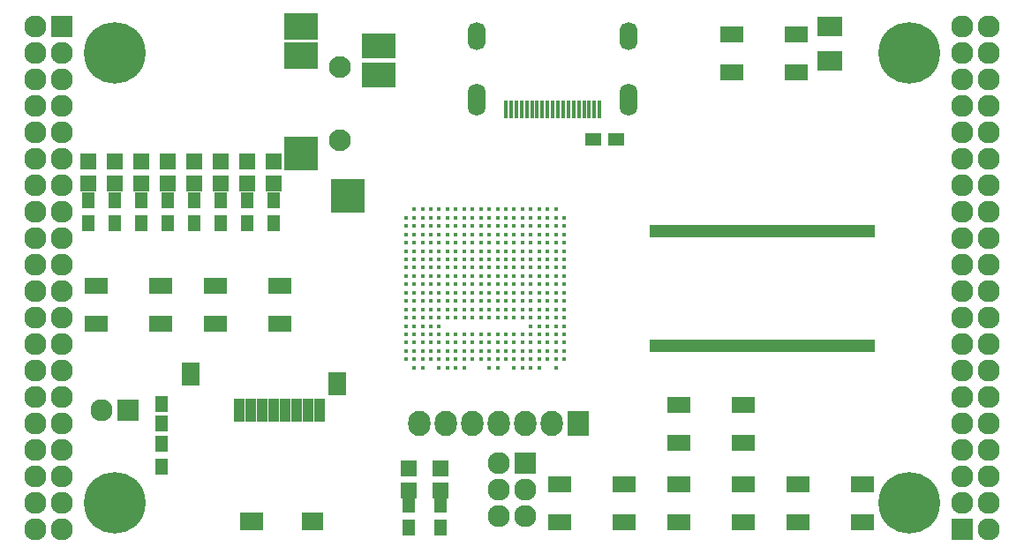
<source format=gts>
G04 #@! TF.FileFunction,Soldermask,Top*
%FSLAX46Y46*%
G04 Gerber Fmt 4.6, Leading zero omitted, Abs format (unit mm)*
G04 Created by KiCad (PCBNEW 4.0.5+dfsg1-4) date Thu May 18 23:50:24 2017*
%MOMM*%
%LPD*%
G01*
G04 APERTURE LIST*
%ADD10C,0.100000*%
%ADD11C,0.430000*%
%ADD12R,2.432000X1.924000*%
%ADD13R,1.100000X2.200000*%
%ADD14R,2.000000X1.800000*%
%ADD15R,2.200000X1.800000*%
%ADD16R,1.800000X2.300000*%
%ADD17R,2.200000X1.500000*%
%ADD18R,1.598880X1.598880*%
%ADD19R,3.200000X2.600000*%
%ADD20R,3.200000X3.200000*%
%ADD21R,3.200000X2.400000*%
%ADD22C,2.100000*%
%ADD23R,0.960000X1.300000*%
%ADD24O,1.700000X3.100000*%
%ADD25O,1.700000X2.700000*%
%ADD26R,0.350000X1.700000*%
%ADD27R,2.127200X2.127200*%
%ADD28O,2.127200X2.127200*%
%ADD29C,5.900000*%
%ADD30R,1.600000X1.300000*%
%ADD31R,2.127200X2.432000*%
%ADD32O,2.127200X2.432000*%
%ADD33R,1.300000X1.600000*%
%ADD34R,1.150000X1.600000*%
G04 APERTURE END LIST*
D10*
D11*
X131680000Y-80200000D03*
X132480000Y-80200000D03*
X133280000Y-80200000D03*
X134080000Y-80200000D03*
X134880000Y-80200000D03*
X135680000Y-80200000D03*
X136480000Y-80200000D03*
X137280000Y-80200000D03*
X138080000Y-80200000D03*
X138880000Y-80200000D03*
X139680000Y-80200000D03*
X140480000Y-80200000D03*
X141280000Y-80200000D03*
X142080000Y-80200000D03*
X142880000Y-80200000D03*
X143680000Y-80200000D03*
X144480000Y-80200000D03*
X145280000Y-80200000D03*
X130880000Y-81000000D03*
X131680000Y-81000000D03*
X132480000Y-81000000D03*
X133280000Y-81000000D03*
X134080000Y-81000000D03*
X134880000Y-81000000D03*
X135680000Y-81000000D03*
X136480000Y-81000000D03*
X137280000Y-81000000D03*
X138080000Y-81000000D03*
X138880000Y-81000000D03*
X139680000Y-81000000D03*
X140480000Y-81000000D03*
X141280000Y-81000000D03*
X142080000Y-81000000D03*
X142880000Y-81000000D03*
X143680000Y-81000000D03*
X144480000Y-81000000D03*
X145280000Y-81000000D03*
X146080000Y-81000000D03*
X130880000Y-81800000D03*
X131680000Y-81800000D03*
X132480000Y-81800000D03*
X133280000Y-81800000D03*
X134080000Y-81800000D03*
X134880000Y-81800000D03*
X135680000Y-81800000D03*
X136480000Y-81800000D03*
X137280000Y-81800000D03*
X138080000Y-81800000D03*
X138880000Y-81800000D03*
X139680000Y-81800000D03*
X140480000Y-81800000D03*
X141280000Y-81800000D03*
X142080000Y-81800000D03*
X142880000Y-81800000D03*
X143680000Y-81800000D03*
X144480000Y-81800000D03*
X145280000Y-81800000D03*
X146080000Y-81800000D03*
X130880000Y-82600000D03*
X131680000Y-82600000D03*
X132480000Y-82600000D03*
X133280000Y-82600000D03*
X134080000Y-82600000D03*
X134880000Y-82600000D03*
X135680000Y-82600000D03*
X136480000Y-82600000D03*
X137280000Y-82600000D03*
X138080000Y-82600000D03*
X138880000Y-82600000D03*
X139680000Y-82600000D03*
X140480000Y-82600000D03*
X141280000Y-82600000D03*
X142080000Y-82600000D03*
X142880000Y-82600000D03*
X143680000Y-82600000D03*
X144480000Y-82600000D03*
X145280000Y-82600000D03*
X146080000Y-82600000D03*
X130880000Y-83400000D03*
X131680000Y-83400000D03*
X132480000Y-83400000D03*
X133280000Y-83400000D03*
X134080000Y-83400000D03*
X134880000Y-83400000D03*
X135680000Y-83400000D03*
X136480000Y-83400000D03*
X137280000Y-83400000D03*
X138080000Y-83400000D03*
X138880000Y-83400000D03*
X139680000Y-83400000D03*
X140480000Y-83400000D03*
X141280000Y-83400000D03*
X142080000Y-83400000D03*
X142880000Y-83400000D03*
X143680000Y-83400000D03*
X144480000Y-83400000D03*
X145280000Y-83400000D03*
X146080000Y-83400000D03*
X130880000Y-84200000D03*
X131680000Y-84200000D03*
X132480000Y-84200000D03*
X133280000Y-84200000D03*
X134080000Y-84200000D03*
X134880000Y-84200000D03*
X135680000Y-84200000D03*
X136480000Y-84200000D03*
X137280000Y-84200000D03*
X138080000Y-84200000D03*
X138880000Y-84200000D03*
X139680000Y-84200000D03*
X140480000Y-84200000D03*
X141280000Y-84200000D03*
X142080000Y-84200000D03*
X142880000Y-84200000D03*
X143680000Y-84200000D03*
X144480000Y-84200000D03*
X145280000Y-84200000D03*
X146080000Y-84200000D03*
X130880000Y-85000000D03*
X131680000Y-85000000D03*
X132480000Y-85000000D03*
X133280000Y-85000000D03*
X134080000Y-85000000D03*
X134880000Y-85000000D03*
X135680000Y-85000000D03*
X136480000Y-85000000D03*
X137280000Y-85000000D03*
X138080000Y-85000000D03*
X138880000Y-85000000D03*
X139680000Y-85000000D03*
X140480000Y-85000000D03*
X141280000Y-85000000D03*
X142080000Y-85000000D03*
X142880000Y-85000000D03*
X143680000Y-85000000D03*
X144480000Y-85000000D03*
X145280000Y-85000000D03*
X146080000Y-85000000D03*
X130880000Y-85800000D03*
X131680000Y-85800000D03*
X132480000Y-85800000D03*
X133280000Y-85800000D03*
X134080000Y-85800000D03*
X134880000Y-85800000D03*
X135680000Y-85800000D03*
X136480000Y-85800000D03*
X137280000Y-85800000D03*
X138080000Y-85800000D03*
X138880000Y-85800000D03*
X139680000Y-85800000D03*
X140480000Y-85800000D03*
X141280000Y-85800000D03*
X142080000Y-85800000D03*
X142880000Y-85800000D03*
X143680000Y-85800000D03*
X144480000Y-85800000D03*
X145280000Y-85800000D03*
X146080000Y-85800000D03*
X130880000Y-86600000D03*
X131680000Y-86600000D03*
X132480000Y-86600000D03*
X133280000Y-86600000D03*
X134080000Y-86600000D03*
X134880000Y-86600000D03*
X135680000Y-86600000D03*
X136480000Y-86600000D03*
X137280000Y-86600000D03*
X138080000Y-86600000D03*
X138880000Y-86600000D03*
X139680000Y-86600000D03*
X140480000Y-86600000D03*
X141280000Y-86600000D03*
X142080000Y-86600000D03*
X142880000Y-86600000D03*
X143680000Y-86600000D03*
X144480000Y-86600000D03*
X145280000Y-86600000D03*
X146080000Y-86600000D03*
X130880000Y-87400000D03*
X131680000Y-87400000D03*
X132480000Y-87400000D03*
X133280000Y-87400000D03*
X134080000Y-87400000D03*
X134880000Y-87400000D03*
X135680000Y-87400000D03*
X136480000Y-87400000D03*
X137280000Y-87400000D03*
X138080000Y-87400000D03*
X138880000Y-87400000D03*
X139680000Y-87400000D03*
X140480000Y-87400000D03*
X141280000Y-87400000D03*
X142080000Y-87400000D03*
X142880000Y-87400000D03*
X143680000Y-87400000D03*
X144480000Y-87400000D03*
X145280000Y-87400000D03*
X146080000Y-87400000D03*
X130880000Y-88200000D03*
X131680000Y-88200000D03*
X132480000Y-88200000D03*
X133280000Y-88200000D03*
X134080000Y-88200000D03*
X134880000Y-88200000D03*
X135680000Y-88200000D03*
X136480000Y-88200000D03*
X137280000Y-88200000D03*
X138080000Y-88200000D03*
X138880000Y-88200000D03*
X139680000Y-88200000D03*
X140480000Y-88200000D03*
X141280000Y-88200000D03*
X142080000Y-88200000D03*
X142880000Y-88200000D03*
X143680000Y-88200000D03*
X144480000Y-88200000D03*
X145280000Y-88200000D03*
X146080000Y-88200000D03*
X130880000Y-89000000D03*
X131680000Y-89000000D03*
X132480000Y-89000000D03*
X133280000Y-89000000D03*
X134080000Y-89000000D03*
X134880000Y-89000000D03*
X135680000Y-89000000D03*
X136480000Y-89000000D03*
X137280000Y-89000000D03*
X138080000Y-89000000D03*
X138880000Y-89000000D03*
X139680000Y-89000000D03*
X140480000Y-89000000D03*
X141280000Y-89000000D03*
X142080000Y-89000000D03*
X142880000Y-89000000D03*
X143680000Y-89000000D03*
X144480000Y-89000000D03*
X145280000Y-89000000D03*
X146080000Y-89000000D03*
X130880000Y-89800000D03*
X131680000Y-89800000D03*
X132480000Y-89800000D03*
X133280000Y-89800000D03*
X134080000Y-89800000D03*
X134880000Y-89800000D03*
X135680000Y-89800000D03*
X136480000Y-89800000D03*
X137280000Y-89800000D03*
X138080000Y-89800000D03*
X138880000Y-89800000D03*
X139680000Y-89800000D03*
X140480000Y-89800000D03*
X141280000Y-89800000D03*
X142080000Y-89800000D03*
X142880000Y-89800000D03*
X143680000Y-89800000D03*
X144480000Y-89800000D03*
X145280000Y-89800000D03*
X146080000Y-89800000D03*
X130880000Y-90600000D03*
X131680000Y-90600000D03*
X132480000Y-90600000D03*
X133280000Y-90600000D03*
X134080000Y-90600000D03*
X134880000Y-90600000D03*
X135680000Y-90600000D03*
X136480000Y-90600000D03*
X137280000Y-90600000D03*
X138080000Y-90600000D03*
X138880000Y-90600000D03*
X139680000Y-90600000D03*
X140480000Y-90600000D03*
X141280000Y-90600000D03*
X142080000Y-90600000D03*
X142880000Y-90600000D03*
X143680000Y-90600000D03*
X144480000Y-90600000D03*
X145280000Y-90600000D03*
X146080000Y-90600000D03*
X130880000Y-91400000D03*
X131680000Y-91400000D03*
X132480000Y-91400000D03*
X133280000Y-91400000D03*
X134080000Y-91400000D03*
X142880000Y-91400000D03*
X143680000Y-91400000D03*
X144480000Y-91400000D03*
X145280000Y-91400000D03*
X146080000Y-91400000D03*
X130880000Y-92200000D03*
X131680000Y-92200000D03*
X132480000Y-92200000D03*
X133280000Y-92200000D03*
X134080000Y-92200000D03*
X134880000Y-92200000D03*
X135680000Y-92200000D03*
X136480000Y-92200000D03*
X137280000Y-92200000D03*
X138080000Y-92200000D03*
X138880000Y-92200000D03*
X139680000Y-92200000D03*
X140480000Y-92200000D03*
X141280000Y-92200000D03*
X142080000Y-92200000D03*
X142880000Y-92200000D03*
X143680000Y-92200000D03*
X144480000Y-92200000D03*
X145280000Y-92200000D03*
X146080000Y-92200000D03*
X130880000Y-93000000D03*
X131680000Y-93000000D03*
X132480000Y-93000000D03*
X133280000Y-93000000D03*
X134080000Y-93000000D03*
X134880000Y-93000000D03*
X135680000Y-93000000D03*
X136480000Y-93000000D03*
X137280000Y-93000000D03*
X138080000Y-93000000D03*
X138880000Y-93000000D03*
X139680000Y-93000000D03*
X140480000Y-93000000D03*
X141280000Y-93000000D03*
X142080000Y-93000000D03*
X142880000Y-93000000D03*
X143680000Y-93000000D03*
X144480000Y-93000000D03*
X145280000Y-93000000D03*
X146080000Y-93000000D03*
X130880000Y-93800000D03*
X131680000Y-93800000D03*
X132480000Y-93800000D03*
X133280000Y-93800000D03*
X134080000Y-93800000D03*
X134880000Y-93800000D03*
X135680000Y-93800000D03*
X136480000Y-93800000D03*
X137280000Y-93800000D03*
X138080000Y-93800000D03*
X138880000Y-93800000D03*
X139680000Y-93800000D03*
X140480000Y-93800000D03*
X141280000Y-93800000D03*
X142080000Y-93800000D03*
X142880000Y-93800000D03*
X143680000Y-93800000D03*
X144480000Y-93800000D03*
X145280000Y-93800000D03*
X146080000Y-93800000D03*
X130880000Y-94600000D03*
X131680000Y-94600000D03*
X132480000Y-94600000D03*
X133280000Y-94600000D03*
X134080000Y-94600000D03*
X134880000Y-94600000D03*
X135680000Y-94600000D03*
X136480000Y-94600000D03*
X137280000Y-94600000D03*
X138080000Y-94600000D03*
X138880000Y-94600000D03*
X139680000Y-94600000D03*
X140480000Y-94600000D03*
X141280000Y-94600000D03*
X142080000Y-94600000D03*
X142880000Y-94600000D03*
X143680000Y-94600000D03*
X144480000Y-94600000D03*
X145280000Y-94600000D03*
X146080000Y-94600000D03*
X131680000Y-95400000D03*
X132480000Y-95400000D03*
X134080000Y-95400000D03*
X134880000Y-95400000D03*
X135680000Y-95400000D03*
X136480000Y-95400000D03*
X138880000Y-95400000D03*
X139680000Y-95400000D03*
X141280000Y-95400000D03*
X142080000Y-95400000D03*
X142880000Y-95400000D03*
X143680000Y-95400000D03*
X145280000Y-95400000D03*
D12*
X171570000Y-65992000D03*
X171570000Y-62690000D03*
D13*
X114930000Y-99520000D03*
X116030000Y-99520000D03*
X117130000Y-99520000D03*
X118230000Y-99520000D03*
X119330000Y-99520000D03*
X120430000Y-99520000D03*
X121530000Y-99520000D03*
X122630000Y-99520000D03*
D14*
X121920000Y-110120000D03*
D15*
X116120000Y-110120000D03*
D16*
X124320000Y-96970000D03*
X110270000Y-95970000D03*
D17*
X101160000Y-87510000D03*
X107360000Y-87510000D03*
X101160000Y-91210000D03*
X107360000Y-91210000D03*
X112590000Y-87510000D03*
X118790000Y-87510000D03*
X112590000Y-91210000D03*
X118790000Y-91210000D03*
X157040000Y-98940000D03*
X163240000Y-98940000D03*
X157040000Y-102640000D03*
X163240000Y-102640000D03*
X163240000Y-110260000D03*
X157040000Y-110260000D03*
X163240000Y-106560000D03*
X157040000Y-106560000D03*
X151810000Y-110260000D03*
X145610000Y-110260000D03*
X151810000Y-106560000D03*
X145610000Y-106560000D03*
X174670000Y-110260000D03*
X168470000Y-110260000D03*
X174670000Y-106560000D03*
X168470000Y-106560000D03*
D18*
X118230000Y-77709020D03*
X118230000Y-75610980D03*
X115690000Y-77709020D03*
X115690000Y-75610980D03*
X113150000Y-77709020D03*
X113150000Y-75610980D03*
X110610000Y-77709020D03*
X110610000Y-75610980D03*
X108070000Y-77709020D03*
X108070000Y-75610980D03*
X105530000Y-77709020D03*
X105530000Y-75610980D03*
X102990000Y-77709020D03*
X102990000Y-75610980D03*
X100450000Y-77709020D03*
X100450000Y-75610980D03*
D19*
X120880000Y-62640000D03*
X120880000Y-65440000D03*
D20*
X120880000Y-74840000D03*
X125330000Y-78940000D03*
D21*
X128280000Y-67340000D03*
X128280000Y-64540000D03*
D22*
X124580000Y-66540000D03*
X124580000Y-73540000D03*
D23*
X175480000Y-82270000D03*
X154680000Y-93330000D03*
X155480000Y-93330000D03*
X156280000Y-93330000D03*
X157080000Y-93330000D03*
X157880000Y-93330000D03*
X158680000Y-93330000D03*
X159480000Y-93330000D03*
X160280000Y-93330000D03*
X161080000Y-93330000D03*
X161880000Y-93330000D03*
X162680000Y-93330000D03*
X163480000Y-93330000D03*
X164280000Y-93330000D03*
X165080000Y-93330000D03*
X165880000Y-93330000D03*
X166680000Y-93330000D03*
X167480000Y-93330000D03*
X168280000Y-93330000D03*
X169080000Y-93330000D03*
X169880000Y-93330000D03*
X170680000Y-93330000D03*
X171480000Y-93330000D03*
X172280000Y-93330000D03*
X173080000Y-93330000D03*
X173880000Y-93330000D03*
X174680000Y-93330000D03*
X175480000Y-93330000D03*
X174680000Y-82270000D03*
X173880000Y-82270000D03*
X173080000Y-82270000D03*
X172280000Y-82270000D03*
X171480000Y-82270000D03*
X170680000Y-82270000D03*
X169880000Y-82270000D03*
X169080000Y-82270000D03*
X168280000Y-82270000D03*
X167480000Y-82270000D03*
X166680000Y-82270000D03*
X165880000Y-82270000D03*
X165080000Y-82270000D03*
X164280000Y-82270000D03*
X163480000Y-82270000D03*
X162680000Y-82270000D03*
X161880000Y-82270000D03*
X161080000Y-82270000D03*
X160280000Y-82270000D03*
X159480000Y-82270000D03*
X158680000Y-82270000D03*
X157880000Y-82270000D03*
X157080000Y-82270000D03*
X156280000Y-82270000D03*
X155480000Y-82270000D03*
X154680000Y-82270000D03*
D24*
X152280000Y-69650000D03*
X137680000Y-69650000D03*
D25*
X137680000Y-63600000D03*
D26*
X140480000Y-70600000D03*
X140980000Y-70600000D03*
X141480000Y-70600000D03*
X141980000Y-70600000D03*
X142480000Y-70600000D03*
X142980000Y-70600000D03*
X143480000Y-70600000D03*
X143980000Y-70600000D03*
X144480000Y-70600000D03*
X144980000Y-70600000D03*
X145480000Y-70600000D03*
X145980000Y-70600000D03*
X146480000Y-70600000D03*
X146980000Y-70600000D03*
X147480000Y-70600000D03*
X147980000Y-70600000D03*
X148480000Y-70600000D03*
X148980000Y-70600000D03*
X149480000Y-70600000D03*
D25*
X152280000Y-63600000D03*
D27*
X97910000Y-62690000D03*
D28*
X95370000Y-62690000D03*
X97910000Y-65230000D03*
X95370000Y-65230000D03*
X97910000Y-67770000D03*
X95370000Y-67770000D03*
X97910000Y-70310000D03*
X95370000Y-70310000D03*
X97910000Y-72850000D03*
X95370000Y-72850000D03*
X97910000Y-75390000D03*
X95370000Y-75390000D03*
X97910000Y-77930000D03*
X95370000Y-77930000D03*
X97910000Y-80470000D03*
X95370000Y-80470000D03*
X97910000Y-83010000D03*
X95370000Y-83010000D03*
X97910000Y-85550000D03*
X95370000Y-85550000D03*
X97910000Y-88090000D03*
X95370000Y-88090000D03*
X97910000Y-90630000D03*
X95370000Y-90630000D03*
X97910000Y-93170000D03*
X95370000Y-93170000D03*
X97910000Y-95710000D03*
X95370000Y-95710000D03*
X97910000Y-98250000D03*
X95370000Y-98250000D03*
X97910000Y-100790000D03*
X95370000Y-100790000D03*
X97910000Y-103330000D03*
X95370000Y-103330000D03*
X97910000Y-105870000D03*
X95370000Y-105870000D03*
X97910000Y-108410000D03*
X95370000Y-108410000D03*
X97910000Y-110950000D03*
X95370000Y-110950000D03*
D27*
X184270000Y-110950000D03*
D28*
X186810000Y-110950000D03*
X184270000Y-108410000D03*
X186810000Y-108410000D03*
X184270000Y-105870000D03*
X186810000Y-105870000D03*
X184270000Y-103330000D03*
X186810000Y-103330000D03*
X184270000Y-100790000D03*
X186810000Y-100790000D03*
X184270000Y-98250000D03*
X186810000Y-98250000D03*
X184270000Y-95710000D03*
X186810000Y-95710000D03*
X184270000Y-93170000D03*
X186810000Y-93170000D03*
X184270000Y-90630000D03*
X186810000Y-90630000D03*
X184270000Y-88090000D03*
X186810000Y-88090000D03*
X184270000Y-85550000D03*
X186810000Y-85550000D03*
X184270000Y-83010000D03*
X186810000Y-83010000D03*
X184270000Y-80470000D03*
X186810000Y-80470000D03*
X184270000Y-77930000D03*
X186810000Y-77930000D03*
X184270000Y-75390000D03*
X186810000Y-75390000D03*
X184270000Y-72850000D03*
X186810000Y-72850000D03*
X184270000Y-70310000D03*
X186810000Y-70310000D03*
X184270000Y-67770000D03*
X186810000Y-67770000D03*
X184270000Y-65230000D03*
X186810000Y-65230000D03*
X184270000Y-62690000D03*
X186810000Y-62690000D03*
D29*
X102990000Y-108410000D03*
X179190000Y-108410000D03*
X179190000Y-65230000D03*
X102990000Y-65230000D03*
D17*
X168320000Y-67080000D03*
X162120000Y-67080000D03*
X168320000Y-63380000D03*
X162120000Y-63380000D03*
D30*
X151080000Y-73485000D03*
X148880000Y-73485000D03*
D27*
X104260000Y-99520000D03*
D28*
X101720000Y-99520000D03*
D31*
X147440000Y-100790000D03*
D32*
X144900000Y-100790000D03*
X142360000Y-100790000D03*
X139820000Y-100790000D03*
X137280000Y-100790000D03*
X134740000Y-100790000D03*
X132200000Y-100790000D03*
D18*
X131184000Y-105074980D03*
X131184000Y-107173020D03*
X134232000Y-107173020D03*
X134232000Y-105074980D03*
D33*
X131184000Y-108580000D03*
X131184000Y-110780000D03*
X134232000Y-110780000D03*
X134232000Y-108580000D03*
D34*
X107480000Y-100750000D03*
X107480000Y-98850000D03*
D33*
X107480000Y-102700000D03*
X107480000Y-104900000D03*
D27*
X142360000Y-104600000D03*
D28*
X139820000Y-104600000D03*
X142360000Y-107140000D03*
X139820000Y-107140000D03*
X142360000Y-109680000D03*
X139820000Y-109680000D03*
D33*
X118230000Y-81570000D03*
X118230000Y-79370000D03*
X115690000Y-81570000D03*
X115690000Y-79370000D03*
X113150000Y-81570000D03*
X113150000Y-79370000D03*
X110610000Y-81570000D03*
X110610000Y-79370000D03*
X108070000Y-81570000D03*
X108070000Y-79370000D03*
X105530000Y-81570000D03*
X105530000Y-79370000D03*
X102990000Y-81570000D03*
X102990000Y-79370000D03*
X100450000Y-81570000D03*
X100450000Y-79370000D03*
M02*

</source>
